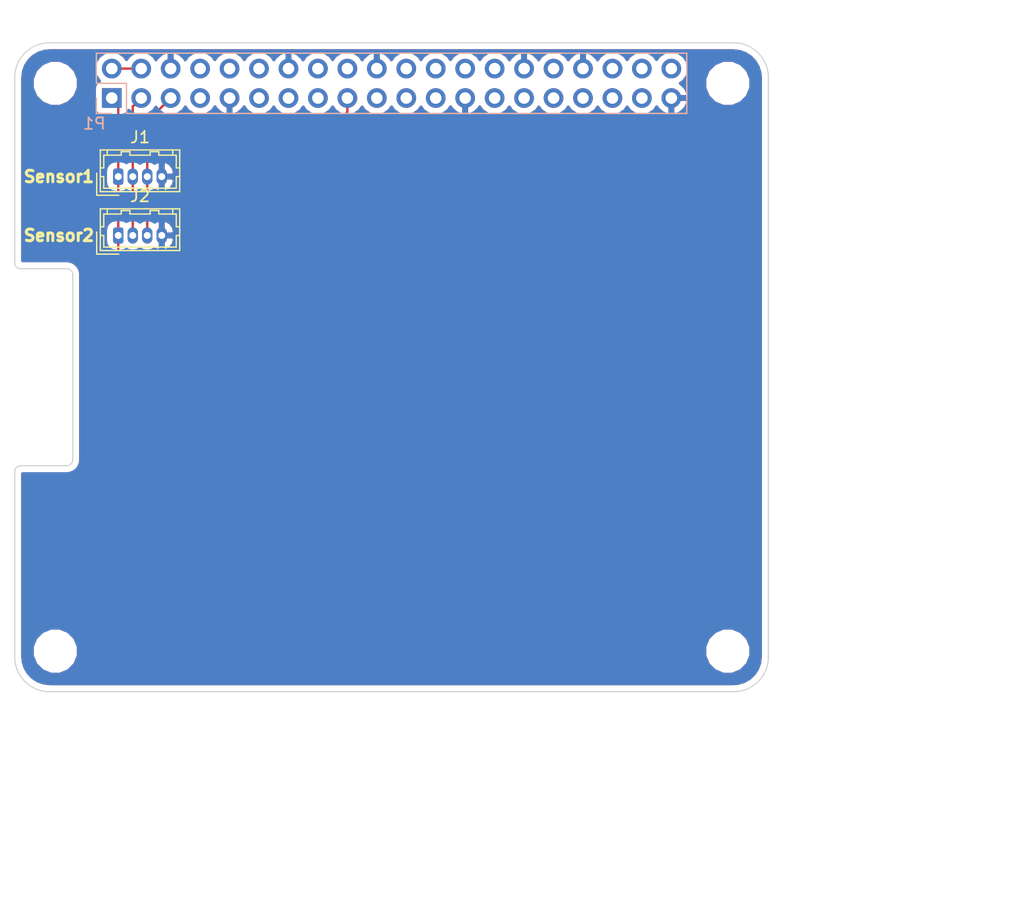
<source format=kicad_pcb>
(kicad_pcb (version 20171130) (host pcbnew "(5.0.2)-1")

  (general
    (thickness 1.6)
    (drawings 36)
    (tracks 15)
    (zones 0)
    (modules 7)
    (nets 32)
  )

  (page A3)
  (title_block
    (date "15 nov 2012")
  )

  (layers
    (0 F.Cu signal)
    (31 B.Cu signal)
    (32 B.Adhes user)
    (33 F.Adhes user)
    (34 B.Paste user)
    (35 F.Paste user)
    (36 B.SilkS user)
    (37 F.SilkS user)
    (38 B.Mask user)
    (39 F.Mask user)
    (40 Dwgs.User user)
    (41 Cmts.User user)
    (42 Eco1.User user)
    (43 Eco2.User user)
    (44 Edge.Cuts user)
  )

  (setup
    (last_trace_width 0.2)
    (trace_clearance 0.2)
    (zone_clearance 0.508)
    (zone_45_only no)
    (trace_min 0.1524)
    (segment_width 0.1)
    (edge_width 0.1)
    (via_size 0.9)
    (via_drill 0.6)
    (via_min_size 0.8)
    (via_min_drill 0.5)
    (uvia_size 0.5)
    (uvia_drill 0.1)
    (uvias_allowed no)
    (uvia_min_size 0.5)
    (uvia_min_drill 0.1)
    (pcb_text_width 0.3)
    (pcb_text_size 1 1)
    (mod_edge_width 0.15)
    (mod_text_size 1 1)
    (mod_text_width 0.15)
    (pad_size 2.5 2.5)
    (pad_drill 2.5)
    (pad_to_mask_clearance 0)
    (solder_mask_min_width 0.25)
    (aux_axis_origin 200 150)
    (grid_origin 200 150)
    (visible_elements 7FFFFFFF)
    (pcbplotparams
      (layerselection 0x00030_80000001)
      (usegerberextensions true)
      (usegerberattributes false)
      (usegerberadvancedattributes false)
      (creategerberjobfile false)
      (excludeedgelayer true)
      (linewidth 0.150000)
      (plotframeref false)
      (viasonmask false)
      (mode 1)
      (useauxorigin false)
      (hpglpennumber 1)
      (hpglpenspeed 20)
      (hpglpendiameter 15.000000)
      (psnegative false)
      (psa4output false)
      (plotreference true)
      (plotvalue true)
      (plotinvisibletext false)
      (padsonsilk false)
      (subtractmaskfromsilk false)
      (outputformat 1)
      (mirror false)
      (drillshape 1)
      (scaleselection 1)
      (outputdirectory ""))
  )

  (net 0 "")
  (net 1 +3V3)
  (net 2 +5V)
  (net 3 GND)
  (net 4 /ID_SD)
  (net 5 /ID_SC)
  (net 6 /GPIO5)
  (net 7 /GPIO6)
  (net 8 /GPIO26)
  (net 9 "/GPIO2(SDA1)")
  (net 10 "/GPIO3(SCL1)")
  (net 11 "/GPIO4(GCLK)")
  (net 12 "/GPIO14(TXD0)")
  (net 13 "/GPIO15(RXD0)")
  (net 14 "/GPIO17(GEN0)")
  (net 15 "/GPIO27(GEN2)")
  (net 16 "/GPIO22(GEN3)")
  (net 17 "/GPIO23(GEN4)")
  (net 18 "/GPIO24(GEN5)")
  (net 19 "/GPIO25(GEN6)")
  (net 20 "/GPIO18(GEN1)(PWM0)")
  (net 21 "/GPIO10(SPI0_MOSI)")
  (net 22 "/GPIO9(SPI0_MISO)")
  (net 23 "/GPIO11(SPI0_SCK)")
  (net 24 "/GPIO8(SPI0_CE_N)")
  (net 25 "/GPIO7(SPI1_CE_N)")
  (net 26 "/GPIO12(PWM0)")
  (net 27 "/GPIO13(PWM1)")
  (net 28 "/GPIO19(SPI1_MISO)")
  (net 29 /GPIO16)
  (net 30 "/GPIO20(SPI1_MOSI)")
  (net 31 "/GPIO21(SPI1_SCK)")

  (net_class Default "This is the default net class."
    (clearance 0.2)
    (trace_width 0.2)
    (via_dia 0.9)
    (via_drill 0.6)
    (uvia_dia 0.5)
    (uvia_drill 0.1)
    (add_net +3V3)
    (add_net +5V)
    (add_net "/GPIO10(SPI0_MOSI)")
    (add_net "/GPIO11(SPI0_SCK)")
    (add_net "/GPIO12(PWM0)")
    (add_net "/GPIO13(PWM1)")
    (add_net "/GPIO14(TXD0)")
    (add_net "/GPIO15(RXD0)")
    (add_net /GPIO16)
    (add_net "/GPIO17(GEN0)")
    (add_net "/GPIO18(GEN1)(PWM0)")
    (add_net "/GPIO19(SPI1_MISO)")
    (add_net "/GPIO2(SDA1)")
    (add_net "/GPIO20(SPI1_MOSI)")
    (add_net "/GPIO21(SPI1_SCK)")
    (add_net "/GPIO22(GEN3)")
    (add_net "/GPIO23(GEN4)")
    (add_net "/GPIO24(GEN5)")
    (add_net "/GPIO25(GEN6)")
    (add_net /GPIO26)
    (add_net "/GPIO27(GEN2)")
    (add_net "/GPIO3(SCL1)")
    (add_net "/GPIO4(GCLK)")
    (add_net /GPIO5)
    (add_net /GPIO6)
    (add_net "/GPIO7(SPI1_CE_N)")
    (add_net "/GPIO8(SPI0_CE_N)")
    (add_net "/GPIO9(SPI0_MISO)")
    (add_net /ID_SC)
    (add_net /ID_SD)
    (add_net GND)
  )

  (net_class Power ""
    (clearance 0.2)
    (trace_width 0.5)
    (via_dia 1)
    (via_drill 0.7)
    (uvia_dia 0.5)
    (uvia_drill 0.1)
  )

  (module Connector_PinSocket_2.54mm:PinSocket_2x20_P2.54mm_Vertical (layer B.Cu) (tedit 5A19A433) (tstamp 5A793E9F)
    (at 208.37 98.77 270)
    (descr "Through hole straight socket strip, 2x20, 2.54mm pitch, double cols (from Kicad 4.0.7), script generated")
    (tags "Through hole socket strip THT 2x20 2.54mm double row")
    (path /59AD464A)
    (fp_text reference P1 (at 2.208 1.512) (layer B.SilkS)
      (effects (font (size 1 1) (thickness 0.15)) (justify mirror))
    )
    (fp_text value Conn_02x20_Odd_Even (at -1.27 -51.03 270) (layer B.Fab)
      (effects (font (size 1 1) (thickness 0.15)) (justify mirror))
    )
    (fp_line (start -3.81 1.27) (end 0.27 1.27) (layer B.Fab) (width 0.1))
    (fp_line (start 0.27 1.27) (end 1.27 0.27) (layer B.Fab) (width 0.1))
    (fp_line (start 1.27 0.27) (end 1.27 -49.53) (layer B.Fab) (width 0.1))
    (fp_line (start 1.27 -49.53) (end -3.81 -49.53) (layer B.Fab) (width 0.1))
    (fp_line (start -3.81 -49.53) (end -3.81 1.27) (layer B.Fab) (width 0.1))
    (fp_line (start -3.87 1.33) (end -1.27 1.33) (layer B.SilkS) (width 0.12))
    (fp_line (start -3.87 1.33) (end -3.87 -49.59) (layer B.SilkS) (width 0.12))
    (fp_line (start -3.87 -49.59) (end 1.33 -49.59) (layer B.SilkS) (width 0.12))
    (fp_line (start 1.33 -1.27) (end 1.33 -49.59) (layer B.SilkS) (width 0.12))
    (fp_line (start -1.27 -1.27) (end 1.33 -1.27) (layer B.SilkS) (width 0.12))
    (fp_line (start -1.27 1.33) (end -1.27 -1.27) (layer B.SilkS) (width 0.12))
    (fp_line (start 1.33 1.33) (end 1.33 0) (layer B.SilkS) (width 0.12))
    (fp_line (start 0 1.33) (end 1.33 1.33) (layer B.SilkS) (width 0.12))
    (fp_line (start -4.34 1.8) (end 1.76 1.8) (layer B.CrtYd) (width 0.05))
    (fp_line (start 1.76 1.8) (end 1.76 -50) (layer B.CrtYd) (width 0.05))
    (fp_line (start 1.76 -50) (end -4.34 -50) (layer B.CrtYd) (width 0.05))
    (fp_line (start -4.34 -50) (end -4.34 1.8) (layer B.CrtYd) (width 0.05))
    (fp_text user %R (at -1.27 -24.13 180) (layer B.Fab)
      (effects (font (size 1 1) (thickness 0.15)) (justify mirror))
    )
    (pad 1 thru_hole rect (at 0 0 270) (size 1.7 1.7) (drill 1) (layers *.Cu *.Mask)
      (net 1 +3V3))
    (pad 2 thru_hole oval (at -2.54 0 270) (size 1.7 1.7) (drill 1) (layers *.Cu *.Mask)
      (net 2 +5V))
    (pad 3 thru_hole oval (at 0 -2.54 270) (size 1.7 1.7) (drill 1) (layers *.Cu *.Mask)
      (net 9 "/GPIO2(SDA1)"))
    (pad 4 thru_hole oval (at -2.54 -2.54 270) (size 1.7 1.7) (drill 1) (layers *.Cu *.Mask)
      (net 2 +5V))
    (pad 5 thru_hole oval (at 0 -5.08 270) (size 1.7 1.7) (drill 1) (layers *.Cu *.Mask)
      (net 10 "/GPIO3(SCL1)"))
    (pad 6 thru_hole oval (at -2.54 -5.08 270) (size 1.7 1.7) (drill 1) (layers *.Cu *.Mask)
      (net 3 GND))
    (pad 7 thru_hole oval (at 0 -7.62 270) (size 1.7 1.7) (drill 1) (layers *.Cu *.Mask)
      (net 11 "/GPIO4(GCLK)"))
    (pad 8 thru_hole oval (at -2.54 -7.62 270) (size 1.7 1.7) (drill 1) (layers *.Cu *.Mask)
      (net 12 "/GPIO14(TXD0)"))
    (pad 9 thru_hole oval (at 0 -10.16 270) (size 1.7 1.7) (drill 1) (layers *.Cu *.Mask)
      (net 3 GND))
    (pad 10 thru_hole oval (at -2.54 -10.16 270) (size 1.7 1.7) (drill 1) (layers *.Cu *.Mask)
      (net 13 "/GPIO15(RXD0)"))
    (pad 11 thru_hole oval (at 0 -12.7 270) (size 1.7 1.7) (drill 1) (layers *.Cu *.Mask)
      (net 14 "/GPIO17(GEN0)"))
    (pad 12 thru_hole oval (at -2.54 -12.7 270) (size 1.7 1.7) (drill 1) (layers *.Cu *.Mask)
      (net 20 "/GPIO18(GEN1)(PWM0)"))
    (pad 13 thru_hole oval (at 0 -15.24 270) (size 1.7 1.7) (drill 1) (layers *.Cu *.Mask)
      (net 15 "/GPIO27(GEN2)"))
    (pad 14 thru_hole oval (at -2.54 -15.24 270) (size 1.7 1.7) (drill 1) (layers *.Cu *.Mask)
      (net 3 GND))
    (pad 15 thru_hole oval (at 0 -17.78 270) (size 1.7 1.7) (drill 1) (layers *.Cu *.Mask)
      (net 16 "/GPIO22(GEN3)"))
    (pad 16 thru_hole oval (at -2.54 -17.78 270) (size 1.7 1.7) (drill 1) (layers *.Cu *.Mask)
      (net 17 "/GPIO23(GEN4)"))
    (pad 17 thru_hole oval (at 0 -20.32 270) (size 1.7 1.7) (drill 1) (layers *.Cu *.Mask)
      (net 1 +3V3))
    (pad 18 thru_hole oval (at -2.54 -20.32 270) (size 1.7 1.7) (drill 1) (layers *.Cu *.Mask)
      (net 18 "/GPIO24(GEN5)"))
    (pad 19 thru_hole oval (at 0 -22.86 270) (size 1.7 1.7) (drill 1) (layers *.Cu *.Mask)
      (net 21 "/GPIO10(SPI0_MOSI)"))
    (pad 20 thru_hole oval (at -2.54 -22.86 270) (size 1.7 1.7) (drill 1) (layers *.Cu *.Mask)
      (net 3 GND))
    (pad 21 thru_hole oval (at 0 -25.4 270) (size 1.7 1.7) (drill 1) (layers *.Cu *.Mask)
      (net 22 "/GPIO9(SPI0_MISO)"))
    (pad 22 thru_hole oval (at -2.54 -25.4 270) (size 1.7 1.7) (drill 1) (layers *.Cu *.Mask)
      (net 19 "/GPIO25(GEN6)"))
    (pad 23 thru_hole oval (at 0 -27.94 270) (size 1.7 1.7) (drill 1) (layers *.Cu *.Mask)
      (net 23 "/GPIO11(SPI0_SCK)"))
    (pad 24 thru_hole oval (at -2.54 -27.94 270) (size 1.7 1.7) (drill 1) (layers *.Cu *.Mask)
      (net 24 "/GPIO8(SPI0_CE_N)"))
    (pad 25 thru_hole oval (at 0 -30.48 270) (size 1.7 1.7) (drill 1) (layers *.Cu *.Mask)
      (net 3 GND))
    (pad 26 thru_hole oval (at -2.54 -30.48 270) (size 1.7 1.7) (drill 1) (layers *.Cu *.Mask)
      (net 25 "/GPIO7(SPI1_CE_N)"))
    (pad 27 thru_hole oval (at 0 -33.02 270) (size 1.7 1.7) (drill 1) (layers *.Cu *.Mask)
      (net 4 /ID_SD))
    (pad 28 thru_hole oval (at -2.54 -33.02 270) (size 1.7 1.7) (drill 1) (layers *.Cu *.Mask)
      (net 5 /ID_SC))
    (pad 29 thru_hole oval (at 0 -35.56 270) (size 1.7 1.7) (drill 1) (layers *.Cu *.Mask)
      (net 6 /GPIO5))
    (pad 30 thru_hole oval (at -2.54 -35.56 270) (size 1.7 1.7) (drill 1) (layers *.Cu *.Mask)
      (net 3 GND))
    (pad 31 thru_hole oval (at 0 -38.1 270) (size 1.7 1.7) (drill 1) (layers *.Cu *.Mask)
      (net 7 /GPIO6))
    (pad 32 thru_hole oval (at -2.54 -38.1 270) (size 1.7 1.7) (drill 1) (layers *.Cu *.Mask)
      (net 26 "/GPIO12(PWM0)"))
    (pad 33 thru_hole oval (at 0 -40.64 270) (size 1.7 1.7) (drill 1) (layers *.Cu *.Mask)
      (net 27 "/GPIO13(PWM1)"))
    (pad 34 thru_hole oval (at -2.54 -40.64 270) (size 1.7 1.7) (drill 1) (layers *.Cu *.Mask)
      (net 3 GND))
    (pad 35 thru_hole oval (at 0 -43.18 270) (size 1.7 1.7) (drill 1) (layers *.Cu *.Mask)
      (net 28 "/GPIO19(SPI1_MISO)"))
    (pad 36 thru_hole oval (at -2.54 -43.18 270) (size 1.7 1.7) (drill 1) (layers *.Cu *.Mask)
      (net 29 /GPIO16))
    (pad 37 thru_hole oval (at 0 -45.72 270) (size 1.7 1.7) (drill 1) (layers *.Cu *.Mask)
      (net 8 /GPIO26))
    (pad 38 thru_hole oval (at -2.54 -45.72 270) (size 1.7 1.7) (drill 1) (layers *.Cu *.Mask)
      (net 30 "/GPIO20(SPI1_MOSI)"))
    (pad 39 thru_hole oval (at 0 -48.26 270) (size 1.7 1.7) (drill 1) (layers *.Cu *.Mask)
      (net 3 GND))
    (pad 40 thru_hole oval (at -2.54 -48.26 270) (size 1.7 1.7) (drill 1) (layers *.Cu *.Mask)
      (net 31 "/GPIO21(SPI1_SCK)"))
    (model ${KISYS3DMOD}/Connector_PinSocket_2.54mm.3dshapes/PinSocket_2x20_P2.54mm_Vertical.wrl
      (at (xyz 0 0 0))
      (scale (xyz 1 1 1))
      (rotate (xyz 0 0 0))
    )
  )

  (module MountingHole:MountingHole_2.7mm_M2.5 (layer F.Cu) (tedit 5C61C2C7) (tstamp 5A793E98)
    (at 261.5 146.5)
    (descr "Mounting Hole 2.7mm, no annular, M2.5")
    (tags "mounting hole 2.7mm no annular m2.5")
    (path /5834FC4F)
    (attr virtual)
    (fp_text reference MK4 (at 0 -3.7) (layer F.SilkS) hide
      (effects (font (size 1 1) (thickness 0.15)))
    )
    (fp_text value M2.5 (at 0 3.7) (layer F.Fab)
      (effects (font (size 1 1) (thickness 0.15)))
    )
    (fp_circle (center 0 0) (end 2.95 0) (layer F.CrtYd) (width 0.05))
    (fp_circle (center 0 0) (end 2.7 0) (layer Cmts.User) (width 0.15))
    (fp_text user %R (at 0.3 0) (layer F.Fab)
      (effects (font (size 1 1) (thickness 0.15)))
    )
    (pad 1 np_thru_hole circle (at 0 0) (size 2.7 2.7) (drill 2.7) (layers *.Cu *.Mask))
  )

  (module MountingHole:MountingHole_2.7mm_M2.5 (layer F.Cu) (tedit 5C61C2CB) (tstamp 5A793E91)
    (at 203.5 146.5)
    (descr "Mounting Hole 2.7mm, no annular, M2.5")
    (tags "mounting hole 2.7mm no annular m2.5")
    (path /5834FBEF)
    (attr virtual)
    (fp_text reference MK3 (at 0 -3.7) (layer F.SilkS) hide
      (effects (font (size 1 1) (thickness 0.15)))
    )
    (fp_text value M2.5 (at 0 3.7) (layer F.Fab)
      (effects (font (size 1 1) (thickness 0.15)))
    )
    (fp_text user %R (at 0.3 0) (layer F.Fab)
      (effects (font (size 1 1) (thickness 0.15)))
    )
    (fp_circle (center 0 0) (end 2.7 0) (layer Cmts.User) (width 0.15))
    (fp_circle (center 0 0) (end 2.95 0) (layer F.CrtYd) (width 0.05))
    (pad 1 np_thru_hole circle (at 0 0) (size 2.7 2.7) (drill 2.7) (layers *.Cu *.Mask))
  )

  (module MountingHole:MountingHole_2.7mm_M2.5 (layer F.Cu) (tedit 5C61C2C2) (tstamp 5A793E8A)
    (at 261.5 97.5 180)
    (descr "Mounting Hole 2.7mm, no annular, M2.5")
    (tags "mounting hole 2.7mm no annular m2.5")
    (path /5834FC19)
    (attr virtual)
    (fp_text reference MK2 (at 0 -3.7 180) (layer F.SilkS) hide
      (effects (font (size 1 1) (thickness 0.15)))
    )
    (fp_text value M2.5 (at 0 3.7 180) (layer F.Fab)
      (effects (font (size 1 1) (thickness 0.15)))
    )
    (fp_circle (center 0 0) (end 2.95 0) (layer F.CrtYd) (width 0.05))
    (fp_circle (center 0 0) (end 2.7 0) (layer Cmts.User) (width 0.15))
    (fp_text user %R (at 0.3 0 180) (layer F.Fab)
      (effects (font (size 1 1) (thickness 0.15)))
    )
    (pad 1 np_thru_hole circle (at 0 0 180) (size 2.7 2.7) (drill 2.7) (layers *.Cu *.Mask))
  )

  (module MountingHole:MountingHole_2.7mm_M2.5 (layer F.Cu) (tedit 5C61BF95) (tstamp 5A793E83)
    (at 203.5 97.5 180)
    (descr "Mounting Hole 2.7mm, no annular, M2.5")
    (tags "mounting hole 2.7mm no annular m2.5")
    (path /5834FB2E)
    (attr virtual)
    (fp_text reference MK1 (at 0 -3.7 180) (layer F.SilkS) hide
      (effects (font (size 1 1) (thickness 0.15)))
    )
    (fp_text value M2.5 (at 0 3.7 180) (layer F.Fab)
      (effects (font (size 1 1) (thickness 0.15)))
    )
    (fp_text user %R (at 0.3 0 180) (layer F.Fab)
      (effects (font (size 1 1) (thickness 0.15)))
    )
    (fp_circle (center 0 0) (end 2.7 0) (layer Cmts.User) (width 0.15))
    (fp_circle (center 0 0) (end 2.95 0) (layer F.CrtYd) (width 0.05))
    (pad 1 np_thru_hole circle (at 0 0 180) (size 2.7 2.7) (drill 2.7) (layers *.Cu *.Mask))
  )

  (module Connector_Hirose:Hirose_DF13-04P-1.25DSA_1x04_P1.25mm_Vertical (layer F.Cu) (tedit 5B77E5EB) (tstamp 5C6E4F7E)
    (at 208.93 105.55)
    (descr "Molex DF13 through hole, DF13-04P-1.25DSA, 4 Pins per row (https://www.hirose.com/product/en/products/DF13/DF13-2P-1.25DSA%2850%29/), generated with kicad-footprint-generator")
    (tags "connector Hirose  side entry")
    (path /5C61CD30)
    (fp_text reference J1 (at 1.88 -3.4) (layer F.SilkS)
      (effects (font (size 1 1) (thickness 0.15)))
    )
    (fp_text value Conn_01x04_Male (at 1.88 2.4) (layer F.Fab)
      (effects (font (size 1 1) (thickness 0.15)))
    )
    (fp_line (start -1.45 -2.2) (end -1.45 1.2) (layer F.Fab) (width 0.1))
    (fp_line (start -1.45 1.2) (end 5.2 1.2) (layer F.Fab) (width 0.1))
    (fp_line (start 5.2 1.2) (end 5.2 -2.2) (layer F.Fab) (width 0.1))
    (fp_line (start 5.2 -2.2) (end -1.45 -2.2) (layer F.Fab) (width 0.1))
    (fp_line (start -1.55 -2.3) (end -1.55 1.3) (layer F.SilkS) (width 0.12))
    (fp_line (start -1.55 1.3) (end 5.3 1.3) (layer F.SilkS) (width 0.12))
    (fp_line (start 5.3 1.3) (end 5.3 -2.3) (layer F.SilkS) (width 0.12))
    (fp_line (start 5.3 -2.3) (end -1.55 -2.3) (layer F.SilkS) (width 0.12))
    (fp_line (start -1.86 -0.3) (end -1.86 1.61) (layer F.SilkS) (width 0.12))
    (fp_line (start -1.86 1.61) (end 0.05 1.61) (layer F.SilkS) (width 0.12))
    (fp_line (start -0.5 1.2) (end 0 0.492893) (layer F.Fab) (width 0.1))
    (fp_line (start 0 0.492893) (end 0.5 1.2) (layer F.Fab) (width 0.1))
    (fp_line (start -1.55 0) (end -1.25 0) (layer F.SilkS) (width 0.12))
    (fp_line (start -1.25 0) (end -1.25 1) (layer F.SilkS) (width 0.12))
    (fp_line (start -1.25 1) (end 5 1) (layer F.SilkS) (width 0.12))
    (fp_line (start 5 1) (end 5 0) (layer F.SilkS) (width 0.12))
    (fp_line (start 5 0) (end 5.3 0) (layer F.SilkS) (width 0.12))
    (fp_line (start -1.55 -0.75) (end -1.25 -0.75) (layer F.SilkS) (width 0.12))
    (fp_line (start -1.25 -0.75) (end -1.25 -1.85) (layer F.SilkS) (width 0.12))
    (fp_line (start -1.25 -1.85) (end -0.95 -1.85) (layer F.SilkS) (width 0.12))
    (fp_line (start -0.95 -1.85) (end -0.95 -2.3) (layer F.SilkS) (width 0.12))
    (fp_line (start 5.3 -0.75) (end 5 -0.75) (layer F.SilkS) (width 0.12))
    (fp_line (start 5 -0.75) (end 5 -1.85) (layer F.SilkS) (width 0.12))
    (fp_line (start 5 -1.85) (end 4.7 -1.85) (layer F.SilkS) (width 0.12))
    (fp_line (start 4.7 -1.85) (end 4.7 -2.3) (layer F.SilkS) (width 0.12))
    (fp_line (start -0.95 -1.85) (end 0.25 -1.85) (layer F.SilkS) (width 0.12))
    (fp_line (start 0.25 -1.85) (end 0.25 -2.15) (layer F.SilkS) (width 0.12))
    (fp_line (start 0.25 -2.15) (end 1 -2.15) (layer F.SilkS) (width 0.12))
    (fp_line (start 1 -2.15) (end 1 -1.85) (layer F.SilkS) (width 0.12))
    (fp_line (start 1 -1.85) (end 2.75 -1.85) (layer F.SilkS) (width 0.12))
    (fp_line (start 2.75 -1.85) (end 2.75 -2.15) (layer F.SilkS) (width 0.12))
    (fp_line (start 2.75 -2.15) (end 3.5 -2.15) (layer F.SilkS) (width 0.12))
    (fp_line (start 3.5 -2.15) (end 3.5 -1.85) (layer F.SilkS) (width 0.12))
    (fp_line (start 3.5 -1.85) (end 4.7 -1.85) (layer F.SilkS) (width 0.12))
    (fp_line (start -1.95 -2.7) (end -1.95 1.7) (layer F.CrtYd) (width 0.05))
    (fp_line (start -1.95 1.7) (end 5.7 1.7) (layer F.CrtYd) (width 0.05))
    (fp_line (start 5.7 1.7) (end 5.7 -2.7) (layer F.CrtYd) (width 0.05))
    (fp_line (start 5.7 -2.7) (end -1.95 -2.7) (layer F.CrtYd) (width 0.05))
    (fp_text user %R (at 1.88 -1.5) (layer F.Fab)
      (effects (font (size 1 1) (thickness 0.15)))
    )
    (pad 1 thru_hole roundrect (at 0 0) (size 0.9 1.4) (drill 0.6) (layers *.Cu *.Mask) (roundrect_rratio 0.25)
      (net 1 +3V3))
    (pad 2 thru_hole oval (at 1.25 0) (size 0.9 1.4) (drill 0.6) (layers *.Cu *.Mask)
      (net 9 "/GPIO2(SDA1)"))
    (pad 3 thru_hole oval (at 2.5 0) (size 0.9 1.4) (drill 0.6) (layers *.Cu *.Mask)
      (net 10 "/GPIO3(SCL1)"))
    (pad 4 thru_hole oval (at 3.75 0) (size 0.9 1.4) (drill 0.6) (layers *.Cu *.Mask)
      (net 3 GND))
    (model ${KISYS3DMOD}/Connector_Hirose.3dshapes/Hirose_DF13-04P-1.25DSA_1x04_P1.25mm_Vertical.wrl
      (at (xyz 0 0 0))
      (scale (xyz 1 1 1))
      (rotate (xyz 0 0 0))
    )
  )

  (module Connector_Hirose:Hirose_DF13-04P-1.25DSA_1x04_P1.25mm_Vertical (layer F.Cu) (tedit 5B77E5EB) (tstamp 5C6E4FAD)
    (at 208.93 110.63)
    (descr "Molex DF13 through hole, DF13-04P-1.25DSA, 4 Pins per row (https://www.hirose.com/product/en/products/DF13/DF13-2P-1.25DSA%2850%29/), generated with kicad-footprint-generator")
    (tags "connector Hirose  side entry")
    (path /5C61CDA2)
    (fp_text reference J2 (at 1.88 -3.4) (layer F.SilkS)
      (effects (font (size 1 1) (thickness 0.15)))
    )
    (fp_text value Conn_01x04_Male (at 1.88 2.4) (layer F.Fab)
      (effects (font (size 1 1) (thickness 0.15)))
    )
    (fp_text user %R (at 1.88 -1.5) (layer F.Fab)
      (effects (font (size 1 1) (thickness 0.15)))
    )
    (fp_line (start 5.7 -2.7) (end -1.95 -2.7) (layer F.CrtYd) (width 0.05))
    (fp_line (start 5.7 1.7) (end 5.7 -2.7) (layer F.CrtYd) (width 0.05))
    (fp_line (start -1.95 1.7) (end 5.7 1.7) (layer F.CrtYd) (width 0.05))
    (fp_line (start -1.95 -2.7) (end -1.95 1.7) (layer F.CrtYd) (width 0.05))
    (fp_line (start 3.5 -1.85) (end 4.7 -1.85) (layer F.SilkS) (width 0.12))
    (fp_line (start 3.5 -2.15) (end 3.5 -1.85) (layer F.SilkS) (width 0.12))
    (fp_line (start 2.75 -2.15) (end 3.5 -2.15) (layer F.SilkS) (width 0.12))
    (fp_line (start 2.75 -1.85) (end 2.75 -2.15) (layer F.SilkS) (width 0.12))
    (fp_line (start 1 -1.85) (end 2.75 -1.85) (layer F.SilkS) (width 0.12))
    (fp_line (start 1 -2.15) (end 1 -1.85) (layer F.SilkS) (width 0.12))
    (fp_line (start 0.25 -2.15) (end 1 -2.15) (layer F.SilkS) (width 0.12))
    (fp_line (start 0.25 -1.85) (end 0.25 -2.15) (layer F.SilkS) (width 0.12))
    (fp_line (start -0.95 -1.85) (end 0.25 -1.85) (layer F.SilkS) (width 0.12))
    (fp_line (start 4.7 -1.85) (end 4.7 -2.3) (layer F.SilkS) (width 0.12))
    (fp_line (start 5 -1.85) (end 4.7 -1.85) (layer F.SilkS) (width 0.12))
    (fp_line (start 5 -0.75) (end 5 -1.85) (layer F.SilkS) (width 0.12))
    (fp_line (start 5.3 -0.75) (end 5 -0.75) (layer F.SilkS) (width 0.12))
    (fp_line (start -0.95 -1.85) (end -0.95 -2.3) (layer F.SilkS) (width 0.12))
    (fp_line (start -1.25 -1.85) (end -0.95 -1.85) (layer F.SilkS) (width 0.12))
    (fp_line (start -1.25 -0.75) (end -1.25 -1.85) (layer F.SilkS) (width 0.12))
    (fp_line (start -1.55 -0.75) (end -1.25 -0.75) (layer F.SilkS) (width 0.12))
    (fp_line (start 5 0) (end 5.3 0) (layer F.SilkS) (width 0.12))
    (fp_line (start 5 1) (end 5 0) (layer F.SilkS) (width 0.12))
    (fp_line (start -1.25 1) (end 5 1) (layer F.SilkS) (width 0.12))
    (fp_line (start -1.25 0) (end -1.25 1) (layer F.SilkS) (width 0.12))
    (fp_line (start -1.55 0) (end -1.25 0) (layer F.SilkS) (width 0.12))
    (fp_line (start 0 0.492893) (end 0.5 1.2) (layer F.Fab) (width 0.1))
    (fp_line (start -0.5 1.2) (end 0 0.492893) (layer F.Fab) (width 0.1))
    (fp_line (start -1.86 1.61) (end 0.05 1.61) (layer F.SilkS) (width 0.12))
    (fp_line (start -1.86 -0.3) (end -1.86 1.61) (layer F.SilkS) (width 0.12))
    (fp_line (start 5.3 -2.3) (end -1.55 -2.3) (layer F.SilkS) (width 0.12))
    (fp_line (start 5.3 1.3) (end 5.3 -2.3) (layer F.SilkS) (width 0.12))
    (fp_line (start -1.55 1.3) (end 5.3 1.3) (layer F.SilkS) (width 0.12))
    (fp_line (start -1.55 -2.3) (end -1.55 1.3) (layer F.SilkS) (width 0.12))
    (fp_line (start 5.2 -2.2) (end -1.45 -2.2) (layer F.Fab) (width 0.1))
    (fp_line (start 5.2 1.2) (end 5.2 -2.2) (layer F.Fab) (width 0.1))
    (fp_line (start -1.45 1.2) (end 5.2 1.2) (layer F.Fab) (width 0.1))
    (fp_line (start -1.45 -2.2) (end -1.45 1.2) (layer F.Fab) (width 0.1))
    (pad 4 thru_hole oval (at 3.75 0) (size 0.9 1.4) (drill 0.6) (layers *.Cu *.Mask)
      (net 3 GND))
    (pad 3 thru_hole oval (at 2.5 0) (size 0.9 1.4) (drill 0.6) (layers *.Cu *.Mask)
      (net 10 "/GPIO3(SCL1)"))
    (pad 2 thru_hole oval (at 1.25 0) (size 0.9 1.4) (drill 0.6) (layers *.Cu *.Mask)
      (net 9 "/GPIO2(SDA1)"))
    (pad 1 thru_hole roundrect (at 0 0) (size 0.9 1.4) (drill 0.6) (layers *.Cu *.Mask) (roundrect_rratio 0.25)
      (net 1 +3V3))
    (model ${KISYS3DMOD}/Connector_Hirose.3dshapes/Hirose_DF13-04P-1.25DSA_1x04_P1.25mm_Vertical.wrl
      (at (xyz 0 0 0))
      (scale (xyz 1 1 1))
      (rotate (xyz 0 0 0))
    )
  )

  (gr_text Sensor2 (at 203.81 110.63) (layer F.SilkS)
    (effects (font (size 1 1) (thickness 0.25)))
  )
  (gr_text Sensor1 (at 203.81 105.55) (layer F.SilkS)
    (effects (font (size 1 1) (thickness 0.25)))
  )
  (gr_arc (start 200.5 131) (end 200 131) (angle 89.9) (layer Edge.Cuts) (width 0.1))
  (gr_arc (start 204.5 130) (end 205 130) (angle 90) (layer Edge.Cuts) (width 0.1))
  (gr_arc (start 200.5 113) (end 200.5 113.5) (angle 90) (layer Edge.Cuts) (width 0.1))
  (gr_arc (start 204.5 114) (end 204.5 113.5) (angle 90) (layer Edge.Cuts) (width 0.1))
  (gr_line (start 200 113) (end 200 131) (layer Dwgs.User) (width 0.1))
  (gr_line (start 200 97) (end 200 113) (layer Edge.Cuts) (width 0.1))
  (gr_text DISPLAY (at 202.5 122 90) (layer Dwgs.User) (tstamp 580CBBFF)
    (effects (font (size 1 1) (thickness 0.15)))
  )
  (gr_text RJ45 (at 276.2 139.84) (layer Dwgs.User) (tstamp 580CBBEB)
    (effects (font (size 2 2) (thickness 0.15)))
  )
  (gr_text USB (at 277.724 121.552) (layer Dwgs.User) (tstamp 580CBBE9)
    (effects (font (size 2 2) (thickness 0.15)))
  )
  (gr_text USB (at 278.232 102.248) (layer Dwgs.User)
    (effects (font (size 2 2) (thickness 0.15)))
  )
  (gr_arc (start 262 97) (end 262 94) (angle 90) (layer Edge.Cuts) (width 0.1))
  (gr_arc (start 262 147) (end 265 147) (angle 90) (layer Edge.Cuts) (width 0.1))
  (gr_arc (start 203 147) (end 203 150) (angle 90) (layer Edge.Cuts) (width 0.1))
  (gr_arc (start 203 97) (end 200 97) (angle 90) (layer Edge.Cuts) (width 0.1))
  (gr_line (start 269.9 114.45) (end 287 114.45) (layer Dwgs.User) (width 0.1))
  (gr_line (start 262 94) (end 203 94) (layer Edge.Cuts) (width 0.1))
  (gr_line (start 269.9 127.55) (end 269.9 114.45) (layer Dwgs.User) (width 0.1))
  (gr_line (start 287 127.55) (end 269.9 127.55) (layer Dwgs.User) (width 0.1))
  (gr_line (start 287 114.45) (end 287 127.55) (layer Dwgs.User) (width 0.1))
  (gr_line (start 204.5 130.5) (end 200.5 130.5) (layer Edge.Cuts) (width 0.1))
  (gr_line (start 205 114) (end 205 130) (layer Edge.Cuts) (width 0.1))
  (gr_line (start 200.5 113.5) (end 204.5 113.5) (layer Edge.Cuts) (width 0.1))
  (gr_line (start 266 147.675) (end 266 131.825) (layer Dwgs.User) (width 0.1))
  (gr_line (start 287 147.675) (end 266 147.675) (layer Dwgs.User) (width 0.1))
  (gr_line (start 287 131.825) (end 287 147.675) (layer Dwgs.User) (width 0.1))
  (gr_line (start 266 131.825) (end 287 131.825) (layer Dwgs.User) (width 0.1))
  (gr_line (start 265 147) (end 265 97) (layer Edge.Cuts) (width 0.1))
  (gr_line (start 203 150) (end 262 150) (layer Edge.Cuts) (width 0.1))
  (gr_line (start 200 131) (end 200 147) (layer Edge.Cuts) (width 0.1))
  (gr_line (start 269.9 109.455925) (end 269.9 96.355925) (layer Dwgs.User) (width 0.1))
  (gr_line (start 287 109.455925) (end 269.9 109.455925) (layer Dwgs.User) (width 0.1))
  (gr_line (start 287 96.355925) (end 287 109.455925) (layer Dwgs.User) (width 0.1))
  (gr_line (start 269.9 96.355925) (end 287 96.355925) (layer Dwgs.User) (width 0.1))
  (gr_text "RASPBERRY-PI 40-PIN ADDON BOARD\nVIEW FROM TOP\nNOTE: P1 SHOULD BE FITTED ON THE REVERSE OF THE BOARD\n\nADD EDGE CUTS FROM CAMERA AND DISPLAY PORTS AS REQUIRED" (at 200 160.16) (layer Dwgs.User)
    (effects (font (size 2 1.7) (thickness 0.12)) (justify left))
  )

  (segment (start 208.93 99.33) (end 208.37 98.77) (width 0.2) (layer F.Cu) (net 1))
  (segment (start 208.93 105.55) (end 208.93 99.33) (width 0.2) (layer F.Cu) (net 1))
  (segment (start 208.93 105.55) (end 208.93 110.63) (width 0.2) (layer F.Cu) (net 1))
  (segment (start 228.69 99.972081) (end 215.492081 113.17) (width 0.2) (layer F.Cu) (net 1))
  (segment (start 228.69 98.77) (end 228.69 99.972081) (width 0.2) (layer F.Cu) (net 1))
  (segment (start 215.492081 113.17) (end 208.89 113.17) (width 0.2) (layer F.Cu) (net 1))
  (segment (start 208.93 113.13) (end 208.93 110.63) (width 0.2) (layer F.Cu) (net 1))
  (segment (start 208.89 113.17) (end 208.93 113.13) (width 0.2) (layer F.Cu) (net 1))
  (segment (start 208.37 96.23) (end 210.91 96.23) (width 0.2) (layer F.Cu) (net 2))
  (segment (start 210.18 99.5) (end 210.91 98.77) (width 0.2) (layer F.Cu) (net 9))
  (segment (start 210.18 105.55) (end 210.18 99.5) (width 0.2) (layer F.Cu) (net 9))
  (segment (start 210.18 105.55) (end 210.18 110.63) (width 0.2) (layer F.Cu) (net 9))
  (segment (start 211.43 100.79) (end 211.43 105.55) (width 0.2) (layer F.Cu) (net 10))
  (segment (start 213.45 98.77) (end 211.43 100.79) (width 0.2) (layer F.Cu) (net 10))
  (segment (start 211.43 105.55) (end 211.43 110.63) (width 0.2) (layer F.Cu) (net 10))

  (zone (net 3) (net_name GND) (layer F.Cu) (tstamp 0) (hatch edge 0.508)
    (connect_pads (clearance 0.508))
    (min_thickness 0.254)
    (fill yes (arc_segments 16) (thermal_gap 0.508) (thermal_bridge_width 0.508))
    (polygon
      (pts
        (xy 198.73 90.31) (xy 198.73 153.81) (xy 267.31 152.54) (xy 266.04 90.31) (xy 263.5 90.31)
      )
    )
    (filled_polygon
      (pts
        (xy 262.531494 94.751605) (xy 263.034485 94.934182) (xy 263.481979 95.227572) (xy 263.849977 95.616039) (xy 264.118738 96.078745)
        (xy 264.276565 96.599847) (xy 264.315001 97.030517) (xy 264.315 146.960206) (xy 264.248395 147.531494) (xy 264.065819 148.034483)
        (xy 263.772427 148.48198) (xy 263.383961 148.849977) (xy 262.921253 149.118739) (xy 262.400153 149.276565) (xy 261.969495 149.315)
        (xy 203.039794 149.315) (xy 202.468506 149.248395) (xy 201.965517 149.065819) (xy 201.51802 148.772427) (xy 201.150023 148.383961)
        (xy 200.881261 147.921253) (xy 200.723435 147.400153) (xy 200.685 146.969495) (xy 200.685 146.105159) (xy 201.515 146.105159)
        (xy 201.515 146.894841) (xy 201.817199 147.624412) (xy 202.375588 148.182801) (xy 203.105159 148.485) (xy 203.894841 148.485)
        (xy 204.624412 148.182801) (xy 205.182801 147.624412) (xy 205.485 146.894841) (xy 205.485 146.105159) (xy 259.515 146.105159)
        (xy 259.515 146.894841) (xy 259.817199 147.624412) (xy 260.375588 148.182801) (xy 261.105159 148.485) (xy 261.894841 148.485)
        (xy 262.624412 148.182801) (xy 263.182801 147.624412) (xy 263.485 146.894841) (xy 263.485 146.105159) (xy 263.182801 145.375588)
        (xy 262.624412 144.817199) (xy 261.894841 144.515) (xy 261.105159 144.515) (xy 260.375588 144.817199) (xy 259.817199 145.375588)
        (xy 259.515 146.105159) (xy 205.485 146.105159) (xy 205.182801 145.375588) (xy 204.624412 144.817199) (xy 203.894841 144.515)
        (xy 203.105159 144.515) (xy 202.375588 144.817199) (xy 201.817199 145.375588) (xy 201.515 146.105159) (xy 200.685 146.105159)
        (xy 200.685 131.185) (xy 204.567462 131.185) (xy 204.633632 131.171838) (xy 204.633636 131.171838) (xy 204.824978 131.133778)
        (xy 204.82498 131.133777) (xy 204.824982 131.133777) (xy 204.980024 131.069556) (xy 205.071907 131.031497) (xy 205.071908 131.031496)
        (xy 205.07191 131.031495) (xy 205.234121 130.923108) (xy 205.328614 130.828614) (xy 205.423108 130.734121) (xy 205.531495 130.57191)
        (xy 205.531496 130.571908) (xy 205.531497 130.571907) (xy 205.600872 130.40442) (xy 205.633777 130.324982) (xy 205.633777 130.32498)
        (xy 205.633778 130.324978) (xy 205.671838 130.133635) (xy 205.671838 130.133632) (xy 205.685 130.067462) (xy 205.685 113.932538)
        (xy 205.671838 113.866368) (xy 205.671838 113.866365) (xy 205.633778 113.675022) (xy 205.633777 113.67502) (xy 205.633777 113.675018)
        (xy 205.566589 113.512813) (xy 205.531497 113.428093) (xy 205.531496 113.428092) (xy 205.531495 113.42809) (xy 205.423108 113.265879)
        (xy 205.287228 113.13) (xy 205.234121 113.076892) (xy 205.07191 112.968505) (xy 205.071908 112.968504) (xy 205.071907 112.968503)
        (xy 204.939671 112.913729) (xy 204.824982 112.866223) (xy 204.82498 112.866223) (xy 204.824978 112.866222) (xy 204.633636 112.828162)
        (xy 204.633632 112.828162) (xy 204.567462 112.815) (xy 200.685 112.815) (xy 200.685 97.105159) (xy 201.515 97.105159)
        (xy 201.515 97.894841) (xy 201.817199 98.624412) (xy 202.375588 99.182801) (xy 203.105159 99.485) (xy 203.894841 99.485)
        (xy 204.624412 99.182801) (xy 205.182801 98.624412) (xy 205.485 97.894841) (xy 205.485 97.105159) (xy 205.182801 96.375588)
        (xy 205.037213 96.23) (xy 206.855908 96.23) (xy 206.971161 96.809418) (xy 207.299375 97.300625) (xy 207.317619 97.312816)
        (xy 207.272235 97.321843) (xy 207.062191 97.462191) (xy 206.921843 97.672235) (xy 206.87256 97.92) (xy 206.87256 99.62)
        (xy 206.921843 99.867765) (xy 207.062191 100.077809) (xy 207.272235 100.218157) (xy 207.52 100.26744) (xy 208.195001 100.26744)
        (xy 208.195 104.386658) (xy 208.088092 104.458092) (xy 207.898971 104.741132) (xy 207.83256 105.075) (xy 207.83256 106.025)
        (xy 207.898971 106.358868) (xy 208.088092 106.641908) (xy 208.195 106.713342) (xy 208.195001 109.466658) (xy 208.088092 109.538092)
        (xy 207.898971 109.821132) (xy 207.83256 110.155) (xy 207.83256 111.105) (xy 207.898971 111.438868) (xy 208.088092 111.721908)
        (xy 208.195001 111.793342) (xy 208.195 112.896519) (xy 208.140601 113.17) (xy 208.197646 113.456783) (xy 208.360095 113.699905)
        (xy 208.603217 113.862354) (xy 208.817612 113.905) (xy 208.817616 113.905) (xy 208.89 113.919398) (xy 208.962384 113.905)
        (xy 215.419697 113.905) (xy 215.492081 113.919398) (xy 215.564465 113.905) (xy 215.564469 113.905) (xy 215.778864 113.862354)
        (xy 216.021986 113.699905) (xy 216.062992 113.638535) (xy 229.158538 100.54299) (xy 229.219905 100.501986) (xy 229.382354 100.258864)
        (xy 229.420317 100.068011) (xy 229.760625 99.840625) (xy 229.96 99.542239) (xy 230.159375 99.840625) (xy 230.650582 100.168839)
        (xy 231.083744 100.255) (xy 231.376256 100.255) (xy 231.809418 100.168839) (xy 232.300625 99.840625) (xy 232.5 99.542239)
        (xy 232.699375 99.840625) (xy 233.190582 100.168839) (xy 233.623744 100.255) (xy 233.916256 100.255) (xy 234.349418 100.168839)
        (xy 234.840625 99.840625) (xy 235.04 99.542239) (xy 235.239375 99.840625) (xy 235.730582 100.168839) (xy 236.163744 100.255)
        (xy 236.456256 100.255) (xy 236.889418 100.168839) (xy 237.380625 99.840625) (xy 237.593843 99.521522) (xy 237.654817 99.651358)
        (xy 238.083076 100.041645) (xy 238.49311 100.211476) (xy 238.723 100.090155) (xy 238.723 98.897) (xy 238.703 98.897)
        (xy 238.703 98.643) (xy 238.723 98.643) (xy 238.723 98.623) (xy 238.977 98.623) (xy 238.977 98.643)
        (xy 238.997 98.643) (xy 238.997 98.897) (xy 238.977 98.897) (xy 238.977 100.090155) (xy 239.20689 100.211476)
        (xy 239.616924 100.041645) (xy 240.045183 99.651358) (xy 240.106157 99.521522) (xy 240.319375 99.840625) (xy 240.810582 100.168839)
        (xy 241.243744 100.255) (xy 241.536256 100.255) (xy 241.969418 100.168839) (xy 242.460625 99.840625) (xy 242.66 99.542239)
        (xy 242.859375 99.840625) (xy 243.350582 100.168839) (xy 243.783744 100.255) (xy 244.076256 100.255) (xy 244.509418 100.168839)
        (xy 245.000625 99.840625) (xy 245.2 99.542239) (xy 245.399375 99.840625) (xy 245.890582 100.168839) (xy 246.323744 100.255)
        (xy 246.616256 100.255) (xy 247.049418 100.168839) (xy 247.540625 99.840625) (xy 247.74 99.542239) (xy 247.939375 99.840625)
        (xy 248.430582 100.168839) (xy 248.863744 100.255) (xy 249.156256 100.255) (xy 249.589418 100.168839) (xy 250.080625 99.840625)
        (xy 250.28 99.542239) (xy 250.479375 99.840625) (xy 250.970582 100.168839) (xy 251.403744 100.255) (xy 251.696256 100.255)
        (xy 252.129418 100.168839) (xy 252.620625 99.840625) (xy 252.82 99.542239) (xy 253.019375 99.840625) (xy 253.510582 100.168839)
        (xy 253.943744 100.255) (xy 254.236256 100.255) (xy 254.669418 100.168839) (xy 255.160625 99.840625) (xy 255.373843 99.521522)
        (xy 255.434817 99.651358) (xy 255.863076 100.041645) (xy 256.27311 100.211476) (xy 256.503 100.090155) (xy 256.503 98.897)
        (xy 256.757 98.897) (xy 256.757 100.090155) (xy 256.98689 100.211476) (xy 257.396924 100.041645) (xy 257.825183 99.651358)
        (xy 258.071486 99.126892) (xy 257.950819 98.897) (xy 256.757 98.897) (xy 256.503 98.897) (xy 256.483 98.897)
        (xy 256.483 98.643) (xy 256.503 98.643) (xy 256.503 98.623) (xy 256.757 98.623) (xy 256.757 98.643)
        (xy 257.950819 98.643) (xy 258.071486 98.413108) (xy 257.825183 97.888642) (xy 257.400214 97.501353) (xy 257.700625 97.300625)
        (xy 257.831231 97.105159) (xy 259.515 97.105159) (xy 259.515 97.894841) (xy 259.817199 98.624412) (xy 260.375588 99.182801)
        (xy 261.105159 99.485) (xy 261.894841 99.485) (xy 262.624412 99.182801) (xy 263.182801 98.624412) (xy 263.485 97.894841)
        (xy 263.485 97.105159) (xy 263.182801 96.375588) (xy 262.624412 95.817199) (xy 261.894841 95.515) (xy 261.105159 95.515)
        (xy 260.375588 95.817199) (xy 259.817199 96.375588) (xy 259.515 97.105159) (xy 257.831231 97.105159) (xy 258.028839 96.809418)
        (xy 258.144092 96.23) (xy 258.028839 95.650582) (xy 257.700625 95.159375) (xy 257.209418 94.831161) (xy 256.776256 94.745)
        (xy 256.483744 94.745) (xy 256.050582 94.831161) (xy 255.559375 95.159375) (xy 255.36 95.457761) (xy 255.160625 95.159375)
        (xy 254.669418 94.831161) (xy 254.236256 94.745) (xy 253.943744 94.745) (xy 253.510582 94.831161) (xy 253.019375 95.159375)
        (xy 252.82 95.457761) (xy 252.620625 95.159375) (xy 252.129418 94.831161) (xy 251.696256 94.745) (xy 251.403744 94.745)
        (xy 250.970582 94.831161) (xy 250.479375 95.159375) (xy 250.266157 95.478478) (xy 250.205183 95.348642) (xy 249.776924 94.958355)
        (xy 249.36689 94.788524) (xy 249.137 94.909845) (xy 249.137 96.103) (xy 249.157 96.103) (xy 249.157 96.357)
        (xy 249.137 96.357) (xy 249.137 96.377) (xy 248.883 96.377) (xy 248.883 96.357) (xy 248.863 96.357)
        (xy 248.863 96.103) (xy 248.883 96.103) (xy 248.883 94.909845) (xy 248.65311 94.788524) (xy 248.243076 94.958355)
        (xy 247.814817 95.348642) (xy 247.753843 95.478478) (xy 247.540625 95.159375) (xy 247.049418 94.831161) (xy 246.616256 94.745)
        (xy 246.323744 94.745) (xy 245.890582 94.831161) (xy 245.399375 95.159375) (xy 245.186157 95.478478) (xy 245.125183 95.348642)
        (xy 244.696924 94.958355) (xy 244.28689 94.788524) (xy 244.057 94.909845) (xy 244.057 96.103) (xy 244.077 96.103)
        (xy 244.077 96.357) (xy 244.057 96.357) (xy 244.057 96.377) (xy 243.803 96.377) (xy 243.803 96.357)
        (xy 243.783 96.357) (xy 243.783 96.103) (xy 243.803 96.103) (xy 243.803 94.909845) (xy 243.57311 94.788524)
        (xy 243.163076 94.958355) (xy 242.734817 95.348642) (xy 242.673843 95.478478) (xy 242.460625 95.159375) (xy 241.969418 94.831161)
        (xy 241.536256 94.745) (xy 241.243744 94.745) (xy 240.810582 94.831161) (xy 240.319375 95.159375) (xy 240.12 95.457761)
        (xy 239.920625 95.159375) (xy 239.429418 94.831161) (xy 238.996256 94.745) (xy 238.703744 94.745) (xy 238.270582 94.831161)
        (xy 237.779375 95.159375) (xy 237.58 95.457761) (xy 237.380625 95.159375) (xy 236.889418 94.831161) (xy 236.456256 94.745)
        (xy 236.163744 94.745) (xy 235.730582 94.831161) (xy 235.239375 95.159375) (xy 235.04 95.457761) (xy 234.840625 95.159375)
        (xy 234.349418 94.831161) (xy 233.916256 94.745) (xy 233.623744 94.745) (xy 233.190582 94.831161) (xy 232.699375 95.159375)
        (xy 232.486157 95.478478) (xy 232.425183 95.348642) (xy 231.996924 94.958355) (xy 231.58689 94.788524) (xy 231.357 94.909845)
        (xy 231.357 96.103) (xy 231.377 96.103) (xy 231.377 96.357) (xy 231.357 96.357) (xy 231.357 96.377)
        (xy 231.103 96.377) (xy 231.103 96.357) (xy 231.083 96.357) (xy 231.083 96.103) (xy 231.103 96.103)
        (xy 231.103 94.909845) (xy 230.87311 94.788524) (xy 230.463076 94.958355) (xy 230.034817 95.348642) (xy 229.973843 95.478478)
        (xy 229.760625 95.159375) (xy 229.269418 94.831161) (xy 228.836256 94.745) (xy 228.543744 94.745) (xy 228.110582 94.831161)
        (xy 227.619375 95.159375) (xy 227.42 95.457761) (xy 227.220625 95.159375) (xy 226.729418 94.831161) (xy 226.296256 94.745)
        (xy 226.003744 94.745) (xy 225.570582 94.831161) (xy 225.079375 95.159375) (xy 224.866157 95.478478) (xy 224.805183 95.348642)
        (xy 224.376924 94.958355) (xy 223.96689 94.788524) (xy 223.737 94.909845) (xy 223.737 96.103) (xy 223.757 96.103)
        (xy 223.757 96.357) (xy 223.737 96.357) (xy 223.737 96.377) (xy 223.483 96.377) (xy 223.483 96.357)
        (xy 223.463 96.357) (xy 223.463 96.103) (xy 223.483 96.103) (xy 223.483 94.909845) (xy 223.25311 94.788524)
        (xy 222.843076 94.958355) (xy 222.414817 95.348642) (xy 222.353843 95.478478) (xy 222.140625 95.159375) (xy 221.649418 94.831161)
        (xy 221.216256 94.745) (xy 220.923744 94.745) (xy 220.490582 94.831161) (xy 219.999375 95.159375) (xy 219.8 95.457761)
        (xy 219.600625 95.159375) (xy 219.109418 94.831161) (xy 218.676256 94.745) (xy 218.383744 94.745) (xy 217.950582 94.831161)
        (xy 217.459375 95.159375) (xy 217.26 95.457761) (xy 217.060625 95.159375) (xy 216.569418 94.831161) (xy 216.136256 94.745)
        (xy 215.843744 94.745) (xy 215.410582 94.831161) (xy 214.919375 95.159375) (xy 214.706157 95.478478) (xy 214.645183 95.348642)
        (xy 214.216924 94.958355) (xy 213.80689 94.788524) (xy 213.577 94.909845) (xy 213.577 96.103) (xy 213.597 96.103)
        (xy 213.597 96.357) (xy 213.577 96.357) (xy 213.577 96.377) (xy 213.323 96.377) (xy 213.323 96.357)
        (xy 213.303 96.357) (xy 213.303 96.103) (xy 213.323 96.103) (xy 213.323 94.909845) (xy 213.09311 94.788524)
        (xy 212.683076 94.958355) (xy 212.254817 95.348642) (xy 212.193843 95.478478) (xy 211.980625 95.159375) (xy 211.489418 94.831161)
        (xy 211.056256 94.745) (xy 210.763744 94.745) (xy 210.330582 94.831161) (xy 209.839375 95.159375) (xy 209.64 95.457761)
        (xy 209.440625 95.159375) (xy 208.949418 94.831161) (xy 208.516256 94.745) (xy 208.223744 94.745) (xy 207.790582 94.831161)
        (xy 207.299375 95.159375) (xy 206.971161 95.650582) (xy 206.855908 96.23) (xy 205.037213 96.23) (xy 204.624412 95.817199)
        (xy 203.894841 95.515) (xy 203.105159 95.515) (xy 202.375588 95.817199) (xy 201.817199 96.375588) (xy 201.515 97.105159)
        (xy 200.685 97.105159) (xy 200.685 97.039793) (xy 200.751605 96.468506) (xy 200.934182 95.965515) (xy 201.227572 95.518021)
        (xy 201.616039 95.150023) (xy 202.078745 94.881262) (xy 202.599847 94.723435) (xy 203.030505 94.685) (xy 261.960207 94.685)
      )
    )
    (filled_polygon
      (pts
        (xy 218.657 98.643) (xy 218.677 98.643) (xy 218.677 98.897) (xy 218.657 98.897) (xy 218.657 100.090155)
        (xy 218.88689 100.211476) (xy 219.296924 100.041645) (xy 219.725183 99.651358) (xy 219.786157 99.521522) (xy 219.999375 99.840625)
        (xy 220.490582 100.168839) (xy 220.923744 100.255) (xy 221.216256 100.255) (xy 221.649418 100.168839) (xy 222.140625 99.840625)
        (xy 222.34 99.542239) (xy 222.539375 99.840625) (xy 223.030582 100.168839) (xy 223.463744 100.255) (xy 223.756256 100.255)
        (xy 224.189418 100.168839) (xy 224.680625 99.840625) (xy 224.88 99.542239) (xy 225.079375 99.840625) (xy 225.570582 100.168839)
        (xy 226.003744 100.255) (xy 226.296256 100.255) (xy 226.729418 100.168839) (xy 227.220625 99.840625) (xy 227.42 99.542239)
        (xy 227.619375 99.840625) (xy 227.716867 99.905767) (xy 215.187635 112.435) (xy 209.665 112.435) (xy 209.665 111.840805)
        (xy 209.756655 111.902047) (xy 210.18 111.986256) (xy 210.603346 111.902047) (xy 210.805001 111.767306) (xy 211.006655 111.902047)
        (xy 211.43 111.986256) (xy 211.853346 111.902047) (xy 212.059367 111.764388) (xy 212.305439 111.913271) (xy 212.385999 111.924408)
        (xy 212.553 111.797502) (xy 212.553 110.757) (xy 212.807 110.757) (xy 212.807 111.797502) (xy 212.974001 111.924408)
        (xy 213.054561 111.913271) (xy 213.421465 111.69128) (xy 213.675488 111.345778) (xy 213.777957 110.929366) (xy 213.613412 110.757)
        (xy 212.807 110.757) (xy 212.553 110.757) (xy 212.533 110.757) (xy 212.533 110.503) (xy 212.553 110.503)
        (xy 212.553 109.462498) (xy 212.807 109.462498) (xy 212.807 110.503) (xy 213.613412 110.503) (xy 213.777957 110.330634)
        (xy 213.675488 109.914222) (xy 213.421465 109.56872) (xy 213.054561 109.346729) (xy 212.974001 109.335592) (xy 212.807 109.462498)
        (xy 212.553 109.462498) (xy 212.385999 109.335592) (xy 212.305439 109.346729) (xy 212.165 109.4317) (xy 212.165 106.7483)
        (xy 212.305439 106.833271) (xy 212.385999 106.844408) (xy 212.553 106.717502) (xy 212.553 105.677) (xy 212.807 105.677)
        (xy 212.807 106.717502) (xy 212.974001 106.844408) (xy 213.054561 106.833271) (xy 213.421465 106.61128) (xy 213.675488 106.265778)
        (xy 213.777957 105.849366) (xy 213.613412 105.677) (xy 212.807 105.677) (xy 212.553 105.677) (xy 212.533 105.677)
        (xy 212.533 105.423) (xy 212.553 105.423) (xy 212.553 104.382498) (xy 212.807 104.382498) (xy 212.807 105.423)
        (xy 213.613412 105.423) (xy 213.777957 105.250634) (xy 213.675488 104.834222) (xy 213.421465 104.48872) (xy 213.054561 104.266729)
        (xy 212.974001 104.255592) (xy 212.807 104.382498) (xy 212.553 104.382498) (xy 212.385999 104.255592) (xy 212.305439 104.266729)
        (xy 212.165 104.3517) (xy 212.165 101.094446) (xy 213.054103 100.205343) (xy 213.303744 100.255) (xy 213.596256 100.255)
        (xy 214.029418 100.168839) (xy 214.520625 99.840625) (xy 214.72 99.542239) (xy 214.919375 99.840625) (xy 215.410582 100.168839)
        (xy 215.843744 100.255) (xy 216.136256 100.255) (xy 216.569418 100.168839) (xy 217.060625 99.840625) (xy 217.273843 99.521522)
        (xy 217.334817 99.651358) (xy 217.763076 100.041645) (xy 218.17311 100.211476) (xy 218.403 100.090155) (xy 218.403 98.897)
        (xy 218.383 98.897) (xy 218.383 98.643) (xy 218.403 98.643) (xy 218.403 98.623) (xy 218.657 98.623)
      )
    )
  )
  (zone (net 3) (net_name GND) (layer B.Cu) (tstamp 0) (hatch edge 0.508)
    (connect_pads (clearance 0.508))
    (min_thickness 0.254)
    (fill yes (arc_segments 16) (thermal_gap 0.508) (thermal_bridge_width 0.508))
    (polygon
      (pts
        (xy 198.73 90.31) (xy 198.73 153.81) (xy 267.31 152.54) (xy 267.31 90.31)
      )
    )
    (filled_polygon
      (pts
        (xy 262.531494 94.751605) (xy 263.034485 94.934182) (xy 263.481979 95.227572) (xy 263.849977 95.616039) (xy 264.118738 96.078745)
        (xy 264.276565 96.599847) (xy 264.315001 97.030517) (xy 264.315 146.960206) (xy 264.248395 147.531494) (xy 264.065819 148.034483)
        (xy 263.772427 148.48198) (xy 263.383961 148.849977) (xy 262.921253 149.118739) (xy 262.400153 149.276565) (xy 261.969495 149.315)
        (xy 203.039794 149.315) (xy 202.468506 149.248395) (xy 201.965517 149.065819) (xy 201.51802 148.772427) (xy 201.150023 148.383961)
        (xy 200.881261 147.921253) (xy 200.723435 147.400153) (xy 200.685 146.969495) (xy 200.685 146.105159) (xy 201.515 146.105159)
        (xy 201.515 146.894841) (xy 201.817199 147.624412) (xy 202.375588 148.182801) (xy 203.105159 148.485) (xy 203.894841 148.485)
        (xy 204.624412 148.182801) (xy 205.182801 147.624412) (xy 205.485 146.894841) (xy 205.485 146.105159) (xy 259.515 146.105159)
        (xy 259.515 146.894841) (xy 259.817199 147.624412) (xy 260.375588 148.182801) (xy 261.105159 148.485) (xy 261.894841 148.485)
        (xy 262.624412 148.182801) (xy 263.182801 147.624412) (xy 263.485 146.894841) (xy 263.485 146.105159) (xy 263.182801 145.375588)
        (xy 262.624412 144.817199) (xy 261.894841 144.515) (xy 261.105159 144.515) (xy 260.375588 144.817199) (xy 259.817199 145.375588)
        (xy 259.515 146.105159) (xy 205.485 146.105159) (xy 205.182801 145.375588) (xy 204.624412 144.817199) (xy 203.894841 144.515)
        (xy 203.105159 144.515) (xy 202.375588 144.817199) (xy 201.817199 145.375588) (xy 201.515 146.105159) (xy 200.685 146.105159)
        (xy 200.685 131.185) (xy 204.567462 131.185) (xy 204.633632 131.171838) (xy 204.633636 131.171838) (xy 204.824978 131.133778)
        (xy 204.82498 131.133777) (xy 204.824982 131.133777) (xy 204.980024 131.069556) (xy 205.071907 131.031497) (xy 205.071908 131.031496)
        (xy 205.07191 131.031495) (xy 205.234121 130.923108) (xy 205.328614 130.828614) (xy 205.423108 130.734121) (xy 205.531495 130.57191)
        (xy 205.531496 130.571908) (xy 205.531497 130.571907) (xy 205.600872 130.40442) (xy 205.633777 130.324982) (xy 205.633777 130.32498)
        (xy 205.633778 130.324978) (xy 205.671838 130.133635) (xy 205.671838 130.133632) (xy 205.685 130.067462) (xy 205.685 113.932538)
        (xy 205.671838 113.866368) (xy 205.671838 113.866365) (xy 205.633778 113.675022) (xy 205.633777 113.67502) (xy 205.633777 113.675018)
        (xy 205.566589 113.512813) (xy 205.531497 113.428093) (xy 205.531496 113.428092) (xy 205.531495 113.42809) (xy 205.423108 113.265879)
        (xy 205.290864 113.133636) (xy 205.234121 113.076892) (xy 205.07191 112.968505) (xy 205.071908 112.968504) (xy 205.071907 112.968503)
        (xy 204.939671 112.913729) (xy 204.824982 112.866223) (xy 204.82498 112.866223) (xy 204.824978 112.866222) (xy 204.633636 112.828162)
        (xy 204.633632 112.828162) (xy 204.567462 112.815) (xy 200.685 112.815) (xy 200.685 110.155) (xy 207.83256 110.155)
        (xy 207.83256 111.105) (xy 207.898971 111.438868) (xy 208.088092 111.721908) (xy 208.371132 111.911029) (xy 208.705 111.97744)
        (xy 209.155 111.97744) (xy 209.488868 111.911029) (xy 209.629483 111.817073) (xy 209.756655 111.902047) (xy 210.18 111.986256)
        (xy 210.603346 111.902047) (xy 210.805001 111.767306) (xy 211.006655 111.902047) (xy 211.43 111.986256) (xy 211.853346 111.902047)
        (xy 212.059367 111.764388) (xy 212.305439 111.913271) (xy 212.385999 111.924408) (xy 212.553 111.797502) (xy 212.553 110.757)
        (xy 212.807 110.757) (xy 212.807 111.797502) (xy 212.974001 111.924408) (xy 213.054561 111.913271) (xy 213.421465 111.69128)
        (xy 213.675488 111.345778) (xy 213.777957 110.929366) (xy 213.613412 110.757) (xy 212.807 110.757) (xy 212.553 110.757)
        (xy 212.533 110.757) (xy 212.533 110.503) (xy 212.553 110.503) (xy 212.553 109.462498) (xy 212.807 109.462498)
        (xy 212.807 110.503) (xy 213.613412 110.503) (xy 213.777957 110.330634) (xy 213.675488 109.914222) (xy 213.421465 109.56872)
        (xy 213.054561 109.346729) (xy 212.974001 109.335592) (xy 212.807 109.462498) (xy 212.553 109.462498) (xy 212.385999 109.335592)
        (xy 212.305439 109.346729) (xy 212.059367 109.495612) (xy 211.853345 109.357953) (xy 211.43 109.273744) (xy 211.006654 109.357953)
        (xy 210.805 109.492694) (xy 210.603345 109.357953) (xy 210.18 109.273744) (xy 209.756654 109.357953) (xy 209.629482 109.442926)
        (xy 209.488868 109.348971) (xy 209.155 109.28256) (xy 208.705 109.28256) (xy 208.371132 109.348971) (xy 208.088092 109.538092)
        (xy 207.898971 109.821132) (xy 207.83256 110.155) (xy 200.685 110.155) (xy 200.685 105.075) (xy 207.83256 105.075)
        (xy 207.83256 106.025) (xy 207.898971 106.358868) (xy 208.088092 106.641908) (xy 208.371132 106.831029) (xy 208.705 106.89744)
        (xy 209.155 106.89744) (xy 209.488868 106.831029) (xy 209.629483 106.737073) (xy 209.756655 106.822047) (xy 210.18 106.906256)
        (xy 210.603346 106.822047) (xy 210.805001 106.687306) (xy 211.006655 106.822047) (xy 211.43 106.906256) (xy 211.853346 106.822047)
        (xy 212.059367 106.684388) (xy 212.305439 106.833271) (xy 212.385999 106.844408) (xy 212.553 106.717502) (xy 212.553 105.677)
        (xy 212.807 105.677) (xy 212.807 106.717502) (xy 212.974001 106.844408) (xy 213.054561 106.833271) (xy 213.421465 106.61128)
        (xy 213.675488 106.265778) (xy 213.777957 105.849366) (xy 213.613412 105.677) (xy 212.807 105.677) (xy 212.553 105.677)
        (xy 212.533 105.677) (xy 212.533 105.423) (xy 212.553 105.423) (xy 212.553 104.382498) (xy 212.807 104.382498)
        (xy 212.807 105.423) (xy 213.613412 105.423) (xy 213.777957 105.250634) (xy 213.675488 104.834222) (xy 213.421465 104.48872)
        (xy 213.054561 104.266729) (xy 212.974001 104.255592) (xy 212.807 104.382498) (xy 212.553 104.382498) (xy 212.385999 104.255592)
        (xy 212.305439 104.266729) (xy 212.059367 104.415612) (xy 211.853345 104.277953) (xy 211.43 104.193744) (xy 211.006654 104.277953)
        (xy 210.805 104.412694) (xy 210.603345 104.277953) (xy 210.18 104.193744) (xy 209.756654 104.277953) (xy 209.629482 104.362926)
        (xy 209.488868 104.268971) (xy 209.155 104.20256) (xy 208.705 104.20256) (xy 208.371132 104.268971) (xy 208.088092 104.458092)
        (xy 207.898971 104.741132) (xy 207.83256 105.075) (xy 200.685 105.075) (xy 200.685 97.105159) (xy 201.515 97.105159)
        (xy 201.515 97.894841) (xy 201.817199 98.624412) (xy 202.375588 99.182801) (xy 203.105159 99.485) (xy 203.894841 99.485)
        (xy 204.624412 99.182801) (xy 205.182801 98.624412) (xy 205.485 97.894841) (xy 205.485 97.105159) (xy 205.182801 96.375588)
        (xy 205.037213 96.23) (xy 206.855908 96.23) (xy 206.971161 96.809418) (xy 207.299375 97.300625) (xy 207.317619 97.312816)
        (xy 207.272235 97.321843) (xy 207.062191 97.462191) (xy 206.921843 97.672235) (xy 206.87256 97.92) (xy 206.87256 99.62)
        (xy 206.921843 99.867765) (xy 207.062191 100.077809) (xy 207.272235 100.218157) (xy 207.52 100.26744) (xy 209.22 100.26744)
        (xy 209.467765 100.218157) (xy 209.677809 100.077809) (xy 209.818157 99.867765) (xy 209.827184 99.822381) (xy 209.839375 99.840625)
        (xy 210.330582 100.168839) (xy 210.763744 100.255) (xy 211.056256 100.255) (xy 211.489418 100.168839) (xy 211.980625 99.840625)
        (xy 212.18 99.542239) (xy 212.379375 99.840625) (xy 212.870582 100.168839) (xy 213.303744 100.255) (xy 213.596256 100.255)
        (xy 214.029418 100.168839) (xy 214.520625 99.840625) (xy 214.72 99.542239) (xy 214.919375 99.840625) (xy 215.410582 100.168839)
        (xy 215.843744 100.255) (xy 216.136256 100.255) (xy 216.569418 100.168839) (xy 217.060625 99.840625) (xy 217.273843 99.521522)
        (xy 217.334817 99.651358) (xy 217.763076 100.041645) (xy 218.17311 100.211476) (xy 218.403 100.090155) (xy 218.403 98.897)
        (xy 218.383 98.897) (xy 218.383 98.643) (xy 218.403 98.643) (xy 218.403 98.623) (xy 218.657 98.623)
        (xy 218.657 98.643) (xy 218.677 98.643) (xy 218.677 98.897) (xy 218.657 98.897) (xy 218.657 100.090155)
        (xy 218.88689 100.211476) (xy 219.296924 100.041645) (xy 219.725183 99.651358) (xy 219.786157 99.521522) (xy 219.999375 99.840625)
        (xy 220.490582 100.168839) (xy 220.923744 100.255) (xy 221.216256 100.255) (xy 221.649418 100.168839) (xy 222.140625 99.840625)
        (xy 222.34 99.542239) (xy 222.539375 99.840625) (xy 223.030582 100.168839) (xy 223.463744 100.255) (xy 223.756256 100.255)
        (xy 224.189418 100.168839) (xy 224.680625 99.840625) (xy 224.88 99.542239) (xy 225.079375 99.840625) (xy 225.570582 100.168839)
        (xy 226.003744 100.255) (xy 226.296256 100.255) (xy 226.729418 100.168839) (xy 227.220625 99.840625) (xy 227.42 99.542239)
        (xy 227.619375 99.840625) (xy 228.110582 100.168839) (xy 228.543744 100.255) (xy 228.836256 100.255) (xy 229.269418 100.168839)
        (xy 229.760625 99.840625) (xy 229.96 99.542239) (xy 230.159375 99.840625) (xy 230.650582 100.168839) (xy 231.083744 100.255)
        (xy 231.376256 100.255) (xy 231.809418 100.168839) (xy 232.300625 99.840625) (xy 232.5 99.542239) (xy 232.699375 99.840625)
        (xy 233.190582 100.168839) (xy 233.623744 100.255) (xy 233.916256 100.255) (xy 234.349418 100.168839) (xy 234.840625 99.840625)
        (xy 235.04 99.542239) (xy 235.239375 99.840625) (xy 235.730582 100.168839) (xy 236.163744 100.255) (xy 236.456256 100.255)
        (xy 236.889418 100.168839) (xy 237.380625 99.840625) (xy 237.593843 99.521522) (xy 237.654817 99.651358) (xy 238.083076 100.041645)
        (xy 238.49311 100.211476) (xy 238.723 100.090155) (xy 238.723 98.897) (xy 238.703 98.897) (xy 238.703 98.643)
        (xy 238.723 98.643) (xy 238.723 98.623) (xy 238.977 98.623) (xy 238.977 98.643) (xy 238.997 98.643)
        (xy 238.997 98.897) (xy 238.977 98.897) (xy 238.977 100.090155) (xy 239.20689 100.211476) (xy 239.616924 100.041645)
        (xy 240.045183 99.651358) (xy 240.106157 99.521522) (xy 240.319375 99.840625) (xy 240.810582 100.168839) (xy 241.243744 100.255)
        (xy 241.536256 100.255) (xy 241.969418 100.168839) (xy 242.460625 99.840625) (xy 242.66 99.542239) (xy 242.859375 99.840625)
        (xy 243.350582 100.168839) (xy 243.783744 100.255) (xy 244.076256 100.255) (xy 244.509418 100.168839) (xy 245.000625 99.840625)
        (xy 245.2 99.542239) (xy 245.399375 99.840625) (xy 245.890582 100.168839) (xy 246.323744 100.255) (xy 246.616256 100.255)
        (xy 247.049418 100.168839) (xy 247.540625 99.840625) (xy 247.74 99.542239) (xy 247.939375 99.840625) (xy 248.430582 100.168839)
        (xy 248.863744 100.255) (xy 249.156256 100.255) (xy 249.589418 100.168839) (xy 250.080625 99.840625) (xy 250.28 99.542239)
        (xy 250.479375 99.840625) (xy 250.970582 100.168839) (xy 251.403744 100.255) (xy 251.696256 100.255) (xy 252.129418 100.168839)
        (xy 252.620625 99.840625) (xy 252.82 99.542239) (xy 253.019375 99.840625) (xy 253.510582 100.168839) (xy 253.943744 100.255)
        (xy 254.236256 100.255) (xy 254.669418 100.168839) (xy 255.160625 99.840625) (xy 255.373843 99.521522) (xy 255.434817 99.651358)
        (xy 255.863076 100.041645) (xy 256.27311 100.211476) (xy 256.503 100.090155) (xy 256.503 98.897) (xy 256.757 98.897)
        (xy 256.757 100.090155) (xy 256.98689 100.211476) (xy 257.396924 100.041645) (xy 257.825183 99.651358) (xy 258.071486 99.126892)
        (xy 257.950819 98.897) (xy 256.757 98.897) (xy 256.503 98.897) (xy 256.483 98.897) (xy 256.483 98.643)
        (xy 256.503 98.643) (xy 256.503 98.623) (xy 256.757 98.623) (xy 256.757 98.643) (xy 257.950819 98.643)
        (xy 258.071486 98.413108) (xy 257.825183 97.888642) (xy 257.400214 97.501353) (xy 257.700625 97.300625) (xy 257.831231 97.105159)
        (xy 259.515 97.105159) (xy 259.515 97.894841) (xy 259.817199 98.624412) (xy 260.375588 99.182801) (xy 261.105159 99.485)
        (xy 261.894841 99.485) (xy 262.624412 99.182801) (xy 263.182801 98.624412) (xy 263.485 97.894841) (xy 263.485 97.105159)
        (xy 263.182801 96.375588) (xy 262.624412 95.817199) (xy 261.894841 95.515) (xy 261.105159 95.515) (xy 260.375588 95.817199)
        (xy 259.817199 96.375588) (xy 259.515 97.105159) (xy 257.831231 97.105159) (xy 258.028839 96.809418) (xy 258.144092 96.23)
        (xy 258.028839 95.650582) (xy 257.700625 95.159375) (xy 257.209418 94.831161) (xy 256.776256 94.745) (xy 256.483744 94.745)
        (xy 256.050582 94.831161) (xy 255.559375 95.159375) (xy 255.36 95.457761) (xy 255.160625 95.159375) (xy 254.669418 94.831161)
        (xy 254.236256 94.745) (xy 253.943744 94.745) (xy 253.510582 94.831161) (xy 253.019375 95.159375) (xy 252.82 95.457761)
        (xy 252.620625 95.159375) (xy 252.129418 94.831161) (xy 251.696256 94.745) (xy 251.403744 94.745) (xy 250.970582 94.831161)
        (xy 250.479375 95.159375) (xy 250.266157 95.478478) (xy 250.205183 95.348642) (xy 249.776924 94.958355) (xy 249.36689 94.788524)
        (xy 249.137 94.909845) (xy 249.137 96.103) (xy 249.157 96.103) (xy 249.157 96.357) (xy 249.137 96.357)
        (xy 249.137 96.377) (xy 248.883 96.377) (xy 248.883 96.357) (xy 248.863 96.357) (xy 248.863 96.103)
        (xy 248.883 96.103) (xy 248.883 94.909845) (xy 248.65311 94.788524) (xy 248.243076 94.958355) (xy 247.814817 95.348642)
        (xy 247.753843 95.478478) (xy 247.540625 95.159375) (xy 247.049418 94.831161) (xy 246.616256 94.745) (xy 246.323744 94.745)
        (xy 245.890582 94.831161) (xy 245.399375 95.159375) (xy 245.186157 95.478478) (xy 245.125183 95.348642) (xy 244.696924 94.958355)
        (xy 244.28689 94.788524) (xy 244.057 94.909845) (xy 244.057 96.103) (xy 244.077 96.103) (xy 244.077 96.357)
        (xy 244.057 96.357) (xy 244.057 96.377) (xy 243.803 96.377) (xy 243.803 96.357) (xy 243.783 96.357)
        (xy 243.783 96.103) (xy 243.803 96.103) (xy 243.803 94.909845) (xy 243.57311 94.788524) (xy 243.163076 94.958355)
        (xy 242.734817 95.348642) (xy 242.673843 95.478478) (xy 242.460625 95.159375) (xy 241.969418 94.831161) (xy 241.536256 94.745)
        (xy 241.243744 94.745) (xy 240.810582 94.831161) (xy 240.319375 95.159375) (xy 240.12 95.457761) (xy 239.920625 95.159375)
        (xy 239.429418 94.831161) (xy 238.996256 94.745) (xy 238.703744 94.745) (xy 238.270582 94.831161) (xy 237.779375 95.159375)
        (xy 237.58 95.457761) (xy 237.380625 95.159375) (xy 236.889418 94.831161) (xy 236.456256 94.745) (xy 236.163744 94.745)
        (xy 235.730582 94.831161) (xy 235.239375 95.159375) (xy 235.04 95.457761) (xy 234.840625 95.159375) (xy 234.349418 94.831161)
        (xy 233.916256 94.745) (xy 233.623744 94.745) (xy 233.190582 94.831161) (xy 232.699375 95.159375) (xy 232.486157 95.478478)
        (xy 232.425183 95.348642) (xy 231.996924 94.958355) (xy 231.58689 94.788524) (xy 231.357 94.909845) (xy 231.357 96.103)
        (xy 231.377 96.103) (xy 231.377 96.357) (xy 231.357 96.357) (xy 231.357 96.377) (xy 231.103 96.377)
        (xy 231.103 96.357) (xy 231.083 96.357) (xy 231.083 96.103) (xy 231.103 96.103) (xy 231.103 94.909845)
        (xy 230.87311 94.788524) (xy 230.463076 94.958355) (xy 230.034817 95.348642) (xy 229.973843 95.478478) (xy 229.760625 95.159375)
        (xy 229.269418 94.831161) (xy 228.836256 94.745) (xy 228.543744 94.745) (xy 228.110582 94.831161) (xy 227.619375 95.159375)
        (xy 227.42 95.457761) (xy 227.220625 95.159375) (xy 226.729418 94.831161) (xy 226.296256 94.745) (xy 226.003744 94.745)
        (xy 225.570582 94.831161) (xy 225.079375 95.159375) (xy 224.866157 95.478478) (xy 224.805183 95.348642) (xy 224.376924 94.958355)
        (xy 223.96689 94.788524) (xy 223.737 94.909845) (xy 223.737 96.103) (xy 223.757 96.103) (xy 223.757 96.357)
        (xy 223.737 96.357) (xy 223.737 96.377) (xy 223.483 96.377) (xy 223.483 96.357) (xy 223.463 96.357)
        (xy 223.463 96.103) (xy 223.483 96.103) (xy 223.483 94.909845) (xy 223.25311 94.788524) (xy 222.843076 94.958355)
        (xy 222.414817 95.348642) (xy 222.353843 95.478478) (xy 222.140625 95.159375) (xy 221.649418 94.831161) (xy 221.216256 94.745)
        (xy 220.923744 94.745) (xy 220.490582 94.831161) (xy 219.999375 95.159375) (xy 219.8 95.457761) (xy 219.600625 95.159375)
        (xy 219.109418 94.831161) (xy 218.676256 94.745) (xy 218.383744 94.745) (xy 217.950582 94.831161) (xy 217.459375 95.159375)
        (xy 217.26 95.457761) (xy 217.060625 95.159375) (xy 216.569418 94.831161) (xy 216.136256 94.745) (xy 215.843744 94.745)
        (xy 215.410582 94.831161) (xy 214.919375 95.159375) (xy 214.706157 95.478478) (xy 214.645183 95.348642) (xy 214.216924 94.958355)
        (xy 213.80689 94.788524) (xy 213.577 94.909845) (xy 213.577 96.103) (xy 213.597 96.103) (xy 213.597 96.357)
        (xy 213.577 96.357) (xy 213.577 96.377) (xy 213.323 96.377) (xy 213.323 96.357) (xy 213.303 96.357)
        (xy 213.303 96.103) (xy 213.323 96.103) (xy 213.323 94.909845) (xy 213.09311 94.788524) (xy 212.683076 94.958355)
        (xy 212.254817 95.348642) (xy 212.193843 95.478478) (xy 211.980625 95.159375) (xy 211.489418 94.831161) (xy 211.056256 94.745)
        (xy 210.763744 94.745) (xy 210.330582 94.831161) (xy 209.839375 95.159375) (xy 209.64 95.457761) (xy 209.440625 95.159375)
        (xy 208.949418 94.831161) (xy 208.516256 94.745) (xy 208.223744 94.745) (xy 207.790582 94.831161) (xy 207.299375 95.159375)
        (xy 206.971161 95.650582) (xy 206.855908 96.23) (xy 205.037213 96.23) (xy 204.624412 95.817199) (xy 203.894841 95.515)
        (xy 203.105159 95.515) (xy 202.375588 95.817199) (xy 201.817199 96.375588) (xy 201.515 97.105159) (xy 200.685 97.105159)
        (xy 200.685 97.039793) (xy 200.751605 96.468506) (xy 200.934182 95.965515) (xy 201.227572 95.518021) (xy 201.616039 95.150023)
        (xy 202.078745 94.881262) (xy 202.599847 94.723435) (xy 203.030505 94.685) (xy 261.960207 94.685)
      )
    )
  )
)

</source>
